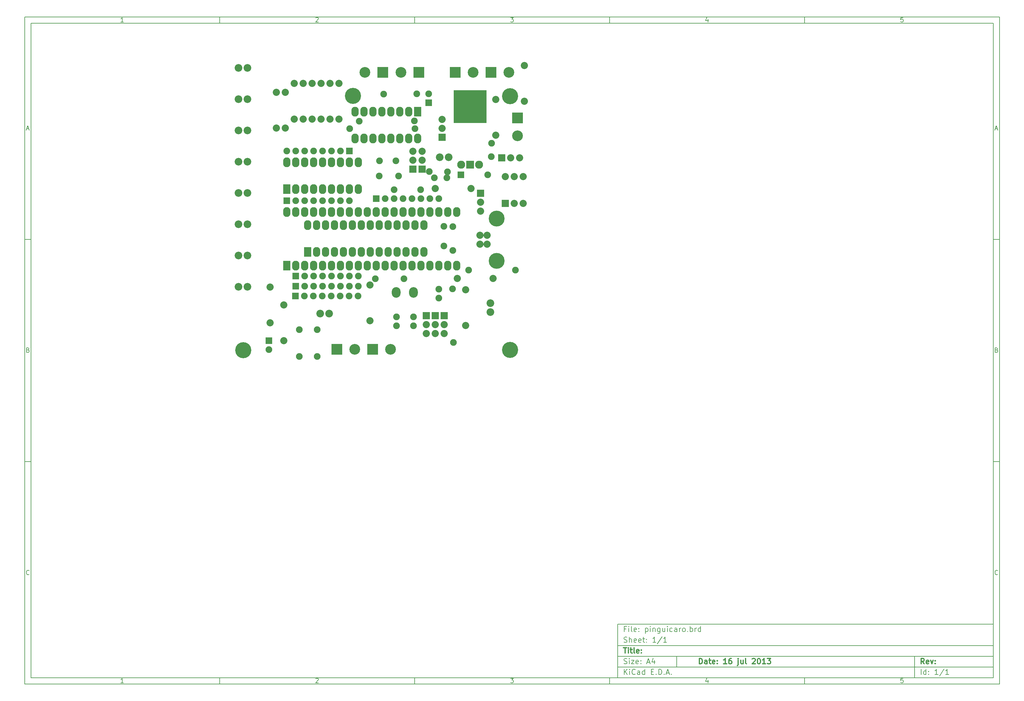
<source format=gts>
G04 (created by PCBNEW-RS274X (2012-01-19 BZR 3256)-stable) date mar 16 jul 2013 12:41:11 ART*
G01*
G70*
G90*
%MOIN*%
G04 Gerber Fmt 3.4, Leading zero omitted, Abs format*
%FSLAX34Y34*%
G04 APERTURE LIST*
%ADD10C,0.006000*%
%ADD11C,0.012000*%
%ADD12C,0.080000*%
%ADD13C,0.177500*%
%ADD14R,0.080000X0.080000*%
%ADD15C,0.075000*%
%ADD16R,0.075000X0.075000*%
%ADD17R,0.370000X0.370000*%
%ADD18C,0.090000*%
%ADD19R,0.090000X0.090000*%
%ADD20C,0.086000*%
%ADD21R,0.082000X0.110000*%
%ADD22O,0.082000X0.110000*%
%ADD23O,0.098700X0.118400*%
%ADD24R,0.120000X0.120000*%
%ADD25C,0.120000*%
%ADD26C,0.180000*%
%ADD27C,0.075100*%
G04 APERTURE END LIST*
G54D10*
X04000Y-04000D02*
X113000Y-04000D01*
X113000Y-78670D01*
X04000Y-78670D01*
X04000Y-04000D01*
X04700Y-04700D02*
X112300Y-04700D01*
X112300Y-77970D01*
X04700Y-77970D01*
X04700Y-04700D01*
X25800Y-04000D02*
X25800Y-04700D01*
X15043Y-04552D02*
X14757Y-04552D01*
X14900Y-04552D02*
X14900Y-04052D01*
X14852Y-04124D01*
X14805Y-04171D01*
X14757Y-04195D01*
X25800Y-78670D02*
X25800Y-77970D01*
X15043Y-78522D02*
X14757Y-78522D01*
X14900Y-78522D02*
X14900Y-78022D01*
X14852Y-78094D01*
X14805Y-78141D01*
X14757Y-78165D01*
X47600Y-04000D02*
X47600Y-04700D01*
X36557Y-04100D02*
X36581Y-04076D01*
X36629Y-04052D01*
X36748Y-04052D01*
X36795Y-04076D01*
X36819Y-04100D01*
X36843Y-04148D01*
X36843Y-04195D01*
X36819Y-04267D01*
X36533Y-04552D01*
X36843Y-04552D01*
X47600Y-78670D02*
X47600Y-77970D01*
X36557Y-78070D02*
X36581Y-78046D01*
X36629Y-78022D01*
X36748Y-78022D01*
X36795Y-78046D01*
X36819Y-78070D01*
X36843Y-78118D01*
X36843Y-78165D01*
X36819Y-78237D01*
X36533Y-78522D01*
X36843Y-78522D01*
X69400Y-04000D02*
X69400Y-04700D01*
X58333Y-04052D02*
X58643Y-04052D01*
X58476Y-04243D01*
X58548Y-04243D01*
X58595Y-04267D01*
X58619Y-04290D01*
X58643Y-04338D01*
X58643Y-04457D01*
X58619Y-04505D01*
X58595Y-04529D01*
X58548Y-04552D01*
X58405Y-04552D01*
X58357Y-04529D01*
X58333Y-04505D01*
X69400Y-78670D02*
X69400Y-77970D01*
X58333Y-78022D02*
X58643Y-78022D01*
X58476Y-78213D01*
X58548Y-78213D01*
X58595Y-78237D01*
X58619Y-78260D01*
X58643Y-78308D01*
X58643Y-78427D01*
X58619Y-78475D01*
X58595Y-78499D01*
X58548Y-78522D01*
X58405Y-78522D01*
X58357Y-78499D01*
X58333Y-78475D01*
X91200Y-04000D02*
X91200Y-04700D01*
X80395Y-04219D02*
X80395Y-04552D01*
X80276Y-04029D02*
X80157Y-04386D01*
X80467Y-04386D01*
X91200Y-78670D02*
X91200Y-77970D01*
X80395Y-78189D02*
X80395Y-78522D01*
X80276Y-77999D02*
X80157Y-78356D01*
X80467Y-78356D01*
X102219Y-04052D02*
X101981Y-04052D01*
X101957Y-04290D01*
X101981Y-04267D01*
X102029Y-04243D01*
X102148Y-04243D01*
X102195Y-04267D01*
X102219Y-04290D01*
X102243Y-04338D01*
X102243Y-04457D01*
X102219Y-04505D01*
X102195Y-04529D01*
X102148Y-04552D01*
X102029Y-04552D01*
X101981Y-04529D01*
X101957Y-04505D01*
X102219Y-78022D02*
X101981Y-78022D01*
X101957Y-78260D01*
X101981Y-78237D01*
X102029Y-78213D01*
X102148Y-78213D01*
X102195Y-78237D01*
X102219Y-78260D01*
X102243Y-78308D01*
X102243Y-78427D01*
X102219Y-78475D01*
X102195Y-78499D01*
X102148Y-78522D01*
X102029Y-78522D01*
X101981Y-78499D01*
X101957Y-78475D01*
X04000Y-28890D02*
X04700Y-28890D01*
X04231Y-16510D02*
X04469Y-16510D01*
X04184Y-16652D02*
X04350Y-16152D01*
X04517Y-16652D01*
X113000Y-28890D02*
X112300Y-28890D01*
X112531Y-16510D02*
X112769Y-16510D01*
X112484Y-16652D02*
X112650Y-16152D01*
X112817Y-16652D01*
X04000Y-53780D02*
X04700Y-53780D01*
X04386Y-41280D02*
X04457Y-41304D01*
X04481Y-41328D01*
X04505Y-41376D01*
X04505Y-41447D01*
X04481Y-41495D01*
X04457Y-41519D01*
X04410Y-41542D01*
X04219Y-41542D01*
X04219Y-41042D01*
X04386Y-41042D01*
X04433Y-41066D01*
X04457Y-41090D01*
X04481Y-41138D01*
X04481Y-41185D01*
X04457Y-41233D01*
X04433Y-41257D01*
X04386Y-41280D01*
X04219Y-41280D01*
X113000Y-53780D02*
X112300Y-53780D01*
X112686Y-41280D02*
X112757Y-41304D01*
X112781Y-41328D01*
X112805Y-41376D01*
X112805Y-41447D01*
X112781Y-41495D01*
X112757Y-41519D01*
X112710Y-41542D01*
X112519Y-41542D01*
X112519Y-41042D01*
X112686Y-41042D01*
X112733Y-41066D01*
X112757Y-41090D01*
X112781Y-41138D01*
X112781Y-41185D01*
X112757Y-41233D01*
X112733Y-41257D01*
X112686Y-41280D01*
X112519Y-41280D01*
X04505Y-66385D02*
X04481Y-66409D01*
X04410Y-66432D01*
X04362Y-66432D01*
X04290Y-66409D01*
X04243Y-66361D01*
X04219Y-66313D01*
X04195Y-66218D01*
X04195Y-66147D01*
X04219Y-66051D01*
X04243Y-66004D01*
X04290Y-65956D01*
X04362Y-65932D01*
X04410Y-65932D01*
X04481Y-65956D01*
X04505Y-65980D01*
X112805Y-66385D02*
X112781Y-66409D01*
X112710Y-66432D01*
X112662Y-66432D01*
X112590Y-66409D01*
X112543Y-66361D01*
X112519Y-66313D01*
X112495Y-66218D01*
X112495Y-66147D01*
X112519Y-66051D01*
X112543Y-66004D01*
X112590Y-65956D01*
X112662Y-65932D01*
X112710Y-65932D01*
X112781Y-65956D01*
X112805Y-65980D01*
G54D11*
X79443Y-76413D02*
X79443Y-75813D01*
X79586Y-75813D01*
X79671Y-75841D01*
X79729Y-75899D01*
X79757Y-75956D01*
X79786Y-76070D01*
X79786Y-76156D01*
X79757Y-76270D01*
X79729Y-76327D01*
X79671Y-76384D01*
X79586Y-76413D01*
X79443Y-76413D01*
X80300Y-76413D02*
X80300Y-76099D01*
X80271Y-76041D01*
X80214Y-76013D01*
X80100Y-76013D01*
X80043Y-76041D01*
X80300Y-76384D02*
X80243Y-76413D01*
X80100Y-76413D01*
X80043Y-76384D01*
X80014Y-76327D01*
X80014Y-76270D01*
X80043Y-76213D01*
X80100Y-76184D01*
X80243Y-76184D01*
X80300Y-76156D01*
X80500Y-76013D02*
X80729Y-76013D01*
X80586Y-75813D02*
X80586Y-76327D01*
X80614Y-76384D01*
X80672Y-76413D01*
X80729Y-76413D01*
X81157Y-76384D02*
X81100Y-76413D01*
X80986Y-76413D01*
X80929Y-76384D01*
X80900Y-76327D01*
X80900Y-76099D01*
X80929Y-76041D01*
X80986Y-76013D01*
X81100Y-76013D01*
X81157Y-76041D01*
X81186Y-76099D01*
X81186Y-76156D01*
X80900Y-76213D01*
X81443Y-76356D02*
X81471Y-76384D01*
X81443Y-76413D01*
X81414Y-76384D01*
X81443Y-76356D01*
X81443Y-76413D01*
X81443Y-76041D02*
X81471Y-76070D01*
X81443Y-76099D01*
X81414Y-76070D01*
X81443Y-76041D01*
X81443Y-76099D01*
X82500Y-76413D02*
X82157Y-76413D01*
X82329Y-76413D02*
X82329Y-75813D01*
X82272Y-75899D01*
X82214Y-75956D01*
X82157Y-75984D01*
X83014Y-75813D02*
X82900Y-75813D01*
X82843Y-75841D01*
X82814Y-75870D01*
X82757Y-75956D01*
X82728Y-76070D01*
X82728Y-76299D01*
X82757Y-76356D01*
X82785Y-76384D01*
X82843Y-76413D01*
X82957Y-76413D01*
X83014Y-76384D01*
X83043Y-76356D01*
X83071Y-76299D01*
X83071Y-76156D01*
X83043Y-76099D01*
X83014Y-76070D01*
X82957Y-76041D01*
X82843Y-76041D01*
X82785Y-76070D01*
X82757Y-76099D01*
X82728Y-76156D01*
X83785Y-76013D02*
X83785Y-76527D01*
X83756Y-76584D01*
X83699Y-76613D01*
X83671Y-76613D01*
X83785Y-75813D02*
X83756Y-75841D01*
X83785Y-75870D01*
X83813Y-75841D01*
X83785Y-75813D01*
X83785Y-75870D01*
X84328Y-76013D02*
X84328Y-76413D01*
X84071Y-76013D02*
X84071Y-76327D01*
X84099Y-76384D01*
X84157Y-76413D01*
X84242Y-76413D01*
X84299Y-76384D01*
X84328Y-76356D01*
X84700Y-76413D02*
X84642Y-76384D01*
X84614Y-76327D01*
X84614Y-75813D01*
X85356Y-75870D02*
X85385Y-75841D01*
X85442Y-75813D01*
X85585Y-75813D01*
X85642Y-75841D01*
X85671Y-75870D01*
X85699Y-75927D01*
X85699Y-75984D01*
X85671Y-76070D01*
X85328Y-76413D01*
X85699Y-76413D01*
X86070Y-75813D02*
X86127Y-75813D01*
X86184Y-75841D01*
X86213Y-75870D01*
X86242Y-75927D01*
X86270Y-76041D01*
X86270Y-76184D01*
X86242Y-76299D01*
X86213Y-76356D01*
X86184Y-76384D01*
X86127Y-76413D01*
X86070Y-76413D01*
X86013Y-76384D01*
X85984Y-76356D01*
X85956Y-76299D01*
X85927Y-76184D01*
X85927Y-76041D01*
X85956Y-75927D01*
X85984Y-75870D01*
X86013Y-75841D01*
X86070Y-75813D01*
X86841Y-76413D02*
X86498Y-76413D01*
X86670Y-76413D02*
X86670Y-75813D01*
X86613Y-75899D01*
X86555Y-75956D01*
X86498Y-75984D01*
X87041Y-75813D02*
X87412Y-75813D01*
X87212Y-76041D01*
X87298Y-76041D01*
X87355Y-76070D01*
X87384Y-76099D01*
X87412Y-76156D01*
X87412Y-76299D01*
X87384Y-76356D01*
X87355Y-76384D01*
X87298Y-76413D01*
X87126Y-76413D01*
X87069Y-76384D01*
X87041Y-76356D01*
G54D10*
X71043Y-77613D02*
X71043Y-77013D01*
X71386Y-77613D02*
X71129Y-77270D01*
X71386Y-77013D02*
X71043Y-77356D01*
X71643Y-77613D02*
X71643Y-77213D01*
X71643Y-77013D02*
X71614Y-77041D01*
X71643Y-77070D01*
X71671Y-77041D01*
X71643Y-77013D01*
X71643Y-77070D01*
X72272Y-77556D02*
X72243Y-77584D01*
X72157Y-77613D01*
X72100Y-77613D01*
X72015Y-77584D01*
X71957Y-77527D01*
X71929Y-77470D01*
X71900Y-77356D01*
X71900Y-77270D01*
X71929Y-77156D01*
X71957Y-77099D01*
X72015Y-77041D01*
X72100Y-77013D01*
X72157Y-77013D01*
X72243Y-77041D01*
X72272Y-77070D01*
X72786Y-77613D02*
X72786Y-77299D01*
X72757Y-77241D01*
X72700Y-77213D01*
X72586Y-77213D01*
X72529Y-77241D01*
X72786Y-77584D02*
X72729Y-77613D01*
X72586Y-77613D01*
X72529Y-77584D01*
X72500Y-77527D01*
X72500Y-77470D01*
X72529Y-77413D01*
X72586Y-77384D01*
X72729Y-77384D01*
X72786Y-77356D01*
X73329Y-77613D02*
X73329Y-77013D01*
X73329Y-77584D02*
X73272Y-77613D01*
X73158Y-77613D01*
X73100Y-77584D01*
X73072Y-77556D01*
X73043Y-77499D01*
X73043Y-77327D01*
X73072Y-77270D01*
X73100Y-77241D01*
X73158Y-77213D01*
X73272Y-77213D01*
X73329Y-77241D01*
X74072Y-77299D02*
X74272Y-77299D01*
X74358Y-77613D02*
X74072Y-77613D01*
X74072Y-77013D01*
X74358Y-77013D01*
X74615Y-77556D02*
X74643Y-77584D01*
X74615Y-77613D01*
X74586Y-77584D01*
X74615Y-77556D01*
X74615Y-77613D01*
X74901Y-77613D02*
X74901Y-77013D01*
X75044Y-77013D01*
X75129Y-77041D01*
X75187Y-77099D01*
X75215Y-77156D01*
X75244Y-77270D01*
X75244Y-77356D01*
X75215Y-77470D01*
X75187Y-77527D01*
X75129Y-77584D01*
X75044Y-77613D01*
X74901Y-77613D01*
X75501Y-77556D02*
X75529Y-77584D01*
X75501Y-77613D01*
X75472Y-77584D01*
X75501Y-77556D01*
X75501Y-77613D01*
X75758Y-77441D02*
X76044Y-77441D01*
X75701Y-77613D02*
X75901Y-77013D01*
X76101Y-77613D01*
X76301Y-77556D02*
X76329Y-77584D01*
X76301Y-77613D01*
X76272Y-77584D01*
X76301Y-77556D01*
X76301Y-77613D01*
G54D11*
X104586Y-76413D02*
X104386Y-76127D01*
X104243Y-76413D02*
X104243Y-75813D01*
X104471Y-75813D01*
X104529Y-75841D01*
X104557Y-75870D01*
X104586Y-75927D01*
X104586Y-76013D01*
X104557Y-76070D01*
X104529Y-76099D01*
X104471Y-76127D01*
X104243Y-76127D01*
X105071Y-76384D02*
X105014Y-76413D01*
X104900Y-76413D01*
X104843Y-76384D01*
X104814Y-76327D01*
X104814Y-76099D01*
X104843Y-76041D01*
X104900Y-76013D01*
X105014Y-76013D01*
X105071Y-76041D01*
X105100Y-76099D01*
X105100Y-76156D01*
X104814Y-76213D01*
X105300Y-76013D02*
X105443Y-76413D01*
X105585Y-76013D01*
X105814Y-76356D02*
X105842Y-76384D01*
X105814Y-76413D01*
X105785Y-76384D01*
X105814Y-76356D01*
X105814Y-76413D01*
X105814Y-76041D02*
X105842Y-76070D01*
X105814Y-76099D01*
X105785Y-76070D01*
X105814Y-76041D01*
X105814Y-76099D01*
G54D10*
X71014Y-76384D02*
X71100Y-76413D01*
X71243Y-76413D01*
X71300Y-76384D01*
X71329Y-76356D01*
X71357Y-76299D01*
X71357Y-76241D01*
X71329Y-76184D01*
X71300Y-76156D01*
X71243Y-76127D01*
X71129Y-76099D01*
X71071Y-76070D01*
X71043Y-76041D01*
X71014Y-75984D01*
X71014Y-75927D01*
X71043Y-75870D01*
X71071Y-75841D01*
X71129Y-75813D01*
X71271Y-75813D01*
X71357Y-75841D01*
X71614Y-76413D02*
X71614Y-76013D01*
X71614Y-75813D02*
X71585Y-75841D01*
X71614Y-75870D01*
X71642Y-75841D01*
X71614Y-75813D01*
X71614Y-75870D01*
X71843Y-76013D02*
X72157Y-76013D01*
X71843Y-76413D01*
X72157Y-76413D01*
X72614Y-76384D02*
X72557Y-76413D01*
X72443Y-76413D01*
X72386Y-76384D01*
X72357Y-76327D01*
X72357Y-76099D01*
X72386Y-76041D01*
X72443Y-76013D01*
X72557Y-76013D01*
X72614Y-76041D01*
X72643Y-76099D01*
X72643Y-76156D01*
X72357Y-76213D01*
X72900Y-76356D02*
X72928Y-76384D01*
X72900Y-76413D01*
X72871Y-76384D01*
X72900Y-76356D01*
X72900Y-76413D01*
X72900Y-76041D02*
X72928Y-76070D01*
X72900Y-76099D01*
X72871Y-76070D01*
X72900Y-76041D01*
X72900Y-76099D01*
X73614Y-76241D02*
X73900Y-76241D01*
X73557Y-76413D02*
X73757Y-75813D01*
X73957Y-76413D01*
X74414Y-76013D02*
X74414Y-76413D01*
X74271Y-75784D02*
X74128Y-76213D01*
X74500Y-76213D01*
X104243Y-77613D02*
X104243Y-77013D01*
X104786Y-77613D02*
X104786Y-77013D01*
X104786Y-77584D02*
X104729Y-77613D01*
X104615Y-77613D01*
X104557Y-77584D01*
X104529Y-77556D01*
X104500Y-77499D01*
X104500Y-77327D01*
X104529Y-77270D01*
X104557Y-77241D01*
X104615Y-77213D01*
X104729Y-77213D01*
X104786Y-77241D01*
X105072Y-77556D02*
X105100Y-77584D01*
X105072Y-77613D01*
X105043Y-77584D01*
X105072Y-77556D01*
X105072Y-77613D01*
X105072Y-77241D02*
X105100Y-77270D01*
X105072Y-77299D01*
X105043Y-77270D01*
X105072Y-77241D01*
X105072Y-77299D01*
X106129Y-77613D02*
X105786Y-77613D01*
X105958Y-77613D02*
X105958Y-77013D01*
X105901Y-77099D01*
X105843Y-77156D01*
X105786Y-77184D01*
X106814Y-76984D02*
X106300Y-77756D01*
X107329Y-77613D02*
X106986Y-77613D01*
X107158Y-77613D02*
X107158Y-77013D01*
X107101Y-77099D01*
X107043Y-77156D01*
X106986Y-77184D01*
G54D11*
X70957Y-74613D02*
X71300Y-74613D01*
X71129Y-75213D02*
X71129Y-74613D01*
X71500Y-75213D02*
X71500Y-74813D01*
X71500Y-74613D02*
X71471Y-74641D01*
X71500Y-74670D01*
X71528Y-74641D01*
X71500Y-74613D01*
X71500Y-74670D01*
X71700Y-74813D02*
X71929Y-74813D01*
X71786Y-74613D02*
X71786Y-75127D01*
X71814Y-75184D01*
X71872Y-75213D01*
X71929Y-75213D01*
X72215Y-75213D02*
X72157Y-75184D01*
X72129Y-75127D01*
X72129Y-74613D01*
X72671Y-75184D02*
X72614Y-75213D01*
X72500Y-75213D01*
X72443Y-75184D01*
X72414Y-75127D01*
X72414Y-74899D01*
X72443Y-74841D01*
X72500Y-74813D01*
X72614Y-74813D01*
X72671Y-74841D01*
X72700Y-74899D01*
X72700Y-74956D01*
X72414Y-75013D01*
X72957Y-75156D02*
X72985Y-75184D01*
X72957Y-75213D01*
X72928Y-75184D01*
X72957Y-75156D01*
X72957Y-75213D01*
X72957Y-74841D02*
X72985Y-74870D01*
X72957Y-74899D01*
X72928Y-74870D01*
X72957Y-74841D01*
X72957Y-74899D01*
G54D10*
X71243Y-72499D02*
X71043Y-72499D01*
X71043Y-72813D02*
X71043Y-72213D01*
X71329Y-72213D01*
X71557Y-72813D02*
X71557Y-72413D01*
X71557Y-72213D02*
X71528Y-72241D01*
X71557Y-72270D01*
X71585Y-72241D01*
X71557Y-72213D01*
X71557Y-72270D01*
X71929Y-72813D02*
X71871Y-72784D01*
X71843Y-72727D01*
X71843Y-72213D01*
X72385Y-72784D02*
X72328Y-72813D01*
X72214Y-72813D01*
X72157Y-72784D01*
X72128Y-72727D01*
X72128Y-72499D01*
X72157Y-72441D01*
X72214Y-72413D01*
X72328Y-72413D01*
X72385Y-72441D01*
X72414Y-72499D01*
X72414Y-72556D01*
X72128Y-72613D01*
X72671Y-72756D02*
X72699Y-72784D01*
X72671Y-72813D01*
X72642Y-72784D01*
X72671Y-72756D01*
X72671Y-72813D01*
X72671Y-72441D02*
X72699Y-72470D01*
X72671Y-72499D01*
X72642Y-72470D01*
X72671Y-72441D01*
X72671Y-72499D01*
X73414Y-72413D02*
X73414Y-73013D01*
X73414Y-72441D02*
X73471Y-72413D01*
X73585Y-72413D01*
X73642Y-72441D01*
X73671Y-72470D01*
X73700Y-72527D01*
X73700Y-72699D01*
X73671Y-72756D01*
X73642Y-72784D01*
X73585Y-72813D01*
X73471Y-72813D01*
X73414Y-72784D01*
X73957Y-72813D02*
X73957Y-72413D01*
X73957Y-72213D02*
X73928Y-72241D01*
X73957Y-72270D01*
X73985Y-72241D01*
X73957Y-72213D01*
X73957Y-72270D01*
X74243Y-72413D02*
X74243Y-72813D01*
X74243Y-72470D02*
X74271Y-72441D01*
X74329Y-72413D01*
X74414Y-72413D01*
X74471Y-72441D01*
X74500Y-72499D01*
X74500Y-72813D01*
X75043Y-72413D02*
X75043Y-72899D01*
X75014Y-72956D01*
X74986Y-72984D01*
X74929Y-73013D01*
X74843Y-73013D01*
X74786Y-72984D01*
X75043Y-72784D02*
X74986Y-72813D01*
X74872Y-72813D01*
X74814Y-72784D01*
X74786Y-72756D01*
X74757Y-72699D01*
X74757Y-72527D01*
X74786Y-72470D01*
X74814Y-72441D01*
X74872Y-72413D01*
X74986Y-72413D01*
X75043Y-72441D01*
X75586Y-72413D02*
X75586Y-72813D01*
X75329Y-72413D02*
X75329Y-72727D01*
X75357Y-72784D01*
X75415Y-72813D01*
X75500Y-72813D01*
X75557Y-72784D01*
X75586Y-72756D01*
X75872Y-72813D02*
X75872Y-72413D01*
X75872Y-72213D02*
X75843Y-72241D01*
X75872Y-72270D01*
X75900Y-72241D01*
X75872Y-72213D01*
X75872Y-72270D01*
X76415Y-72784D02*
X76358Y-72813D01*
X76244Y-72813D01*
X76186Y-72784D01*
X76158Y-72756D01*
X76129Y-72699D01*
X76129Y-72527D01*
X76158Y-72470D01*
X76186Y-72441D01*
X76244Y-72413D01*
X76358Y-72413D01*
X76415Y-72441D01*
X76929Y-72813D02*
X76929Y-72499D01*
X76900Y-72441D01*
X76843Y-72413D01*
X76729Y-72413D01*
X76672Y-72441D01*
X76929Y-72784D02*
X76872Y-72813D01*
X76729Y-72813D01*
X76672Y-72784D01*
X76643Y-72727D01*
X76643Y-72670D01*
X76672Y-72613D01*
X76729Y-72584D01*
X76872Y-72584D01*
X76929Y-72556D01*
X77215Y-72813D02*
X77215Y-72413D01*
X77215Y-72527D02*
X77243Y-72470D01*
X77272Y-72441D01*
X77329Y-72413D01*
X77386Y-72413D01*
X77672Y-72813D02*
X77614Y-72784D01*
X77586Y-72756D01*
X77557Y-72699D01*
X77557Y-72527D01*
X77586Y-72470D01*
X77614Y-72441D01*
X77672Y-72413D01*
X77757Y-72413D01*
X77814Y-72441D01*
X77843Y-72470D01*
X77872Y-72527D01*
X77872Y-72699D01*
X77843Y-72756D01*
X77814Y-72784D01*
X77757Y-72813D01*
X77672Y-72813D01*
X78129Y-72756D02*
X78157Y-72784D01*
X78129Y-72813D01*
X78100Y-72784D01*
X78129Y-72756D01*
X78129Y-72813D01*
X78415Y-72813D02*
X78415Y-72213D01*
X78415Y-72441D02*
X78472Y-72413D01*
X78586Y-72413D01*
X78643Y-72441D01*
X78672Y-72470D01*
X78701Y-72527D01*
X78701Y-72699D01*
X78672Y-72756D01*
X78643Y-72784D01*
X78586Y-72813D01*
X78472Y-72813D01*
X78415Y-72784D01*
X78958Y-72813D02*
X78958Y-72413D01*
X78958Y-72527D02*
X78986Y-72470D01*
X79015Y-72441D01*
X79072Y-72413D01*
X79129Y-72413D01*
X79586Y-72813D02*
X79586Y-72213D01*
X79586Y-72784D02*
X79529Y-72813D01*
X79415Y-72813D01*
X79357Y-72784D01*
X79329Y-72756D01*
X79300Y-72699D01*
X79300Y-72527D01*
X79329Y-72470D01*
X79357Y-72441D01*
X79415Y-72413D01*
X79529Y-72413D01*
X79586Y-72441D01*
X71014Y-73984D02*
X71100Y-74013D01*
X71243Y-74013D01*
X71300Y-73984D01*
X71329Y-73956D01*
X71357Y-73899D01*
X71357Y-73841D01*
X71329Y-73784D01*
X71300Y-73756D01*
X71243Y-73727D01*
X71129Y-73699D01*
X71071Y-73670D01*
X71043Y-73641D01*
X71014Y-73584D01*
X71014Y-73527D01*
X71043Y-73470D01*
X71071Y-73441D01*
X71129Y-73413D01*
X71271Y-73413D01*
X71357Y-73441D01*
X71614Y-74013D02*
X71614Y-73413D01*
X71871Y-74013D02*
X71871Y-73699D01*
X71842Y-73641D01*
X71785Y-73613D01*
X71700Y-73613D01*
X71642Y-73641D01*
X71614Y-73670D01*
X72385Y-73984D02*
X72328Y-74013D01*
X72214Y-74013D01*
X72157Y-73984D01*
X72128Y-73927D01*
X72128Y-73699D01*
X72157Y-73641D01*
X72214Y-73613D01*
X72328Y-73613D01*
X72385Y-73641D01*
X72414Y-73699D01*
X72414Y-73756D01*
X72128Y-73813D01*
X72899Y-73984D02*
X72842Y-74013D01*
X72728Y-74013D01*
X72671Y-73984D01*
X72642Y-73927D01*
X72642Y-73699D01*
X72671Y-73641D01*
X72728Y-73613D01*
X72842Y-73613D01*
X72899Y-73641D01*
X72928Y-73699D01*
X72928Y-73756D01*
X72642Y-73813D01*
X73099Y-73613D02*
X73328Y-73613D01*
X73185Y-73413D02*
X73185Y-73927D01*
X73213Y-73984D01*
X73271Y-74013D01*
X73328Y-74013D01*
X73528Y-73956D02*
X73556Y-73984D01*
X73528Y-74013D01*
X73499Y-73984D01*
X73528Y-73956D01*
X73528Y-74013D01*
X73528Y-73641D02*
X73556Y-73670D01*
X73528Y-73699D01*
X73499Y-73670D01*
X73528Y-73641D01*
X73528Y-73699D01*
X74585Y-74013D02*
X74242Y-74013D01*
X74414Y-74013D02*
X74414Y-73413D01*
X74357Y-73499D01*
X74299Y-73556D01*
X74242Y-73584D01*
X75270Y-73384D02*
X74756Y-74156D01*
X75785Y-74013D02*
X75442Y-74013D01*
X75614Y-74013D02*
X75614Y-73413D01*
X75557Y-73499D01*
X75499Y-73556D01*
X75442Y-73584D01*
X70300Y-71970D02*
X70300Y-77970D01*
X70300Y-71970D02*
X112300Y-71970D01*
X70300Y-71970D02*
X112300Y-71970D01*
X70300Y-74370D02*
X112300Y-74370D01*
X103500Y-75570D02*
X103500Y-77970D01*
X70300Y-76770D02*
X112300Y-76770D01*
X70300Y-75570D02*
X112300Y-75570D01*
X76900Y-75570D02*
X76900Y-76770D01*
G54D12*
X54910Y-28430D03*
X54910Y-29430D03*
X55697Y-29430D03*
X55697Y-28430D03*
G54D13*
X56760Y-26568D03*
X56760Y-31292D03*
G54D14*
X57730Y-24880D03*
G54D12*
X58730Y-24880D03*
X59730Y-24880D03*
X59730Y-21880D03*
X58730Y-21880D03*
X57730Y-21880D03*
G54D15*
X34700Y-38995D03*
X36700Y-38995D03*
X34700Y-41995D03*
X36700Y-41995D03*
G54D16*
X40300Y-19000D03*
G54D15*
X39300Y-19000D03*
X38300Y-19000D03*
X37300Y-19000D03*
X36300Y-19000D03*
X35300Y-19000D03*
X34300Y-19000D03*
X33300Y-19000D03*
G54D16*
X34300Y-34120D03*
G54D15*
X35300Y-34120D03*
X36300Y-34120D03*
X37300Y-34120D03*
X38300Y-34120D03*
X39300Y-34120D03*
X40300Y-34120D03*
X41300Y-34120D03*
G54D16*
X34270Y-35236D03*
G54D15*
X35270Y-35236D03*
X36270Y-35236D03*
X37270Y-35236D03*
X38270Y-35236D03*
X39270Y-35236D03*
X40270Y-35236D03*
X41270Y-35236D03*
G54D16*
X34300Y-33000D03*
G54D15*
X35300Y-33000D03*
X36300Y-33000D03*
X37300Y-33000D03*
X38300Y-33000D03*
X39300Y-33000D03*
X40300Y-33000D03*
X41300Y-33000D03*
G54D16*
X43294Y-24332D03*
G54D15*
X44294Y-24332D03*
X45294Y-24332D03*
X46294Y-24332D03*
X47294Y-24332D03*
X48294Y-24332D03*
X49294Y-24332D03*
X50294Y-24332D03*
G54D16*
X33306Y-24584D03*
G54D15*
X34306Y-24584D03*
X35306Y-24584D03*
X36306Y-24584D03*
X37306Y-24584D03*
X38306Y-24584D03*
X39306Y-24584D03*
X40306Y-24584D03*
G54D12*
X42595Y-38015D03*
X42595Y-34015D03*
X56665Y-13225D03*
X56665Y-17225D03*
X59885Y-09445D03*
X59885Y-13445D03*
X52360Y-33285D03*
X56360Y-33285D03*
X31450Y-34250D03*
X31450Y-38250D03*
X32150Y-16450D03*
X32150Y-12450D03*
X33150Y-16450D03*
X33150Y-12450D03*
X34150Y-15450D03*
X34150Y-11450D03*
X35150Y-15450D03*
X35150Y-11450D03*
X36150Y-15450D03*
X36150Y-11450D03*
X37150Y-15450D03*
X37150Y-11450D03*
X38150Y-15450D03*
X38150Y-11450D03*
X39150Y-15450D03*
X39150Y-11450D03*
X49900Y-23200D03*
X53900Y-23200D03*
X53300Y-38540D03*
X53300Y-34540D03*
X32970Y-36220D03*
X32970Y-40220D03*
G54D14*
X50688Y-17478D03*
G54D12*
X50688Y-16478D03*
X50688Y-15478D03*
G54D14*
X57344Y-19756D03*
G54D12*
X58344Y-19756D03*
X59344Y-19756D03*
G54D14*
X48440Y-21020D03*
G54D12*
X48440Y-20020D03*
X48440Y-19020D03*
G54D14*
X47426Y-21020D03*
G54D12*
X47426Y-20020D03*
X47426Y-19020D03*
G54D14*
X50900Y-37450D03*
G54D12*
X50900Y-38450D03*
X50900Y-39450D03*
G54D14*
X49900Y-37450D03*
G54D12*
X49900Y-38450D03*
X49900Y-39450D03*
G54D14*
X48900Y-37450D03*
G54D12*
X48900Y-38450D03*
X48900Y-39450D03*
G54D14*
X54978Y-23728D03*
G54D12*
X54978Y-24728D03*
X54978Y-25728D03*
G54D17*
X53812Y-14026D03*
G54D18*
X52812Y-20526D03*
G54D19*
X53812Y-20526D03*
G54D18*
X54812Y-20526D03*
G54D20*
X38055Y-37205D03*
X37055Y-37205D03*
X28900Y-30700D03*
X27900Y-30700D03*
X28900Y-27200D03*
X27900Y-27200D03*
X28900Y-23700D03*
X27900Y-23700D03*
X28900Y-20200D03*
X27900Y-20200D03*
X28900Y-16700D03*
X27900Y-16700D03*
X28900Y-13200D03*
X27900Y-13200D03*
X28900Y-09700D03*
X27900Y-09700D03*
X50400Y-19700D03*
X51400Y-19700D03*
X56080Y-37040D03*
X56080Y-36040D03*
X28900Y-34200D03*
X27900Y-34200D03*
G54D21*
X33296Y-31830D03*
G54D22*
X34296Y-31830D03*
X35296Y-31830D03*
X36296Y-31830D03*
X37296Y-31830D03*
X38296Y-31830D03*
X39296Y-31830D03*
X40296Y-31830D03*
X41296Y-31830D03*
X42296Y-31830D03*
X43296Y-31830D03*
X44296Y-31830D03*
X45296Y-31830D03*
X46296Y-31830D03*
X47296Y-31830D03*
X48296Y-31830D03*
X49296Y-31830D03*
X50296Y-31830D03*
X51296Y-31830D03*
X52296Y-31830D03*
X52296Y-25830D03*
X51296Y-25830D03*
X50296Y-25830D03*
X49296Y-25830D03*
X48296Y-25830D03*
X47296Y-25830D03*
X46296Y-25830D03*
X45296Y-25830D03*
X44296Y-25830D03*
X43296Y-25830D03*
X42296Y-25830D03*
X41296Y-25830D03*
X40296Y-25830D03*
X39296Y-25830D03*
X38296Y-25830D03*
X37296Y-25830D03*
X36296Y-25830D03*
X35296Y-25830D03*
X34296Y-25830D03*
X33296Y-25830D03*
X36652Y-30298D03*
X37652Y-30298D03*
X38652Y-30298D03*
X39652Y-30298D03*
X40652Y-30298D03*
X41652Y-30298D03*
X42652Y-30298D03*
X43652Y-30298D03*
X44652Y-30298D03*
X45652Y-30298D03*
X46652Y-30298D03*
X47652Y-30298D03*
X48652Y-30298D03*
G54D21*
X35652Y-30298D03*
G54D22*
X48652Y-27298D03*
X47652Y-27298D03*
X46652Y-27298D03*
X45652Y-27298D03*
X44652Y-27298D03*
X43652Y-27298D03*
X42652Y-27298D03*
X41652Y-27298D03*
X40652Y-27298D03*
X39652Y-27298D03*
X38652Y-27298D03*
X37652Y-27298D03*
X36652Y-27298D03*
X35652Y-27298D03*
G54D21*
X33310Y-23270D03*
G54D22*
X34310Y-23270D03*
X35310Y-23270D03*
X36310Y-23270D03*
X37310Y-23270D03*
X38310Y-23270D03*
X39310Y-23270D03*
X40310Y-23270D03*
X41310Y-23270D03*
X41310Y-20270D03*
X40310Y-20270D03*
X39310Y-20270D03*
X38310Y-20270D03*
X37310Y-20270D03*
X36310Y-20270D03*
X35310Y-20270D03*
X34310Y-20270D03*
X33310Y-20270D03*
G54D21*
X47958Y-14618D03*
G54D22*
X46958Y-14618D03*
X45958Y-14618D03*
X44958Y-14618D03*
X43958Y-14618D03*
X42958Y-14618D03*
X41958Y-14618D03*
X40958Y-14618D03*
X40958Y-17618D03*
X41958Y-17618D03*
X42958Y-17618D03*
X43958Y-17618D03*
X44958Y-17618D03*
X45958Y-17618D03*
X46958Y-17618D03*
X47958Y-17618D03*
G54D16*
X52760Y-21680D03*
G54D15*
X55760Y-21680D03*
G54D23*
X45555Y-34826D03*
X47477Y-34826D03*
G54D16*
X31300Y-40250D03*
G54D15*
X31300Y-41250D03*
G54D16*
X49192Y-13612D03*
G54D15*
X49192Y-12612D03*
X47460Y-37580D03*
X47460Y-38580D03*
X45570Y-37580D03*
X45570Y-38580D03*
X50296Y-34466D03*
X50296Y-35466D03*
G54D24*
X52150Y-10200D03*
G54D25*
X54150Y-10200D03*
G54D24*
X56150Y-10200D03*
G54D25*
X58150Y-10200D03*
G54D24*
X42900Y-41200D03*
G54D25*
X44900Y-41200D03*
G54D24*
X38900Y-41200D03*
G54D25*
X40900Y-41200D03*
G54D24*
X59100Y-15300D03*
G54D25*
X59100Y-17300D03*
G54D24*
X48070Y-10200D03*
G54D25*
X46070Y-10200D03*
G54D24*
X44055Y-10195D03*
G54D25*
X42055Y-10195D03*
G54D26*
X58260Y-12870D03*
X40726Y-12832D03*
X28450Y-41300D03*
X58270Y-41280D03*
G54D27*
X49812Y-22016D03*
X51226Y-22016D03*
X43680Y-20100D03*
X44150Y-12620D03*
X47840Y-12610D03*
X45500Y-20100D03*
X50860Y-27420D03*
X50860Y-29640D03*
X51850Y-34450D03*
X51950Y-40450D03*
X53655Y-32340D03*
X51880Y-30140D03*
X58860Y-32325D03*
X51880Y-27480D03*
X45300Y-23340D03*
X48290Y-23320D03*
X45826Y-21802D03*
X43648Y-21802D03*
X43200Y-33300D03*
X51276Y-21330D03*
X46396Y-33300D03*
X49238Y-21302D03*
X56204Y-18138D03*
X47586Y-15642D03*
X41426Y-15664D03*
X56162Y-19628D03*
X47630Y-16500D03*
X40348Y-16500D03*
M02*

</source>
